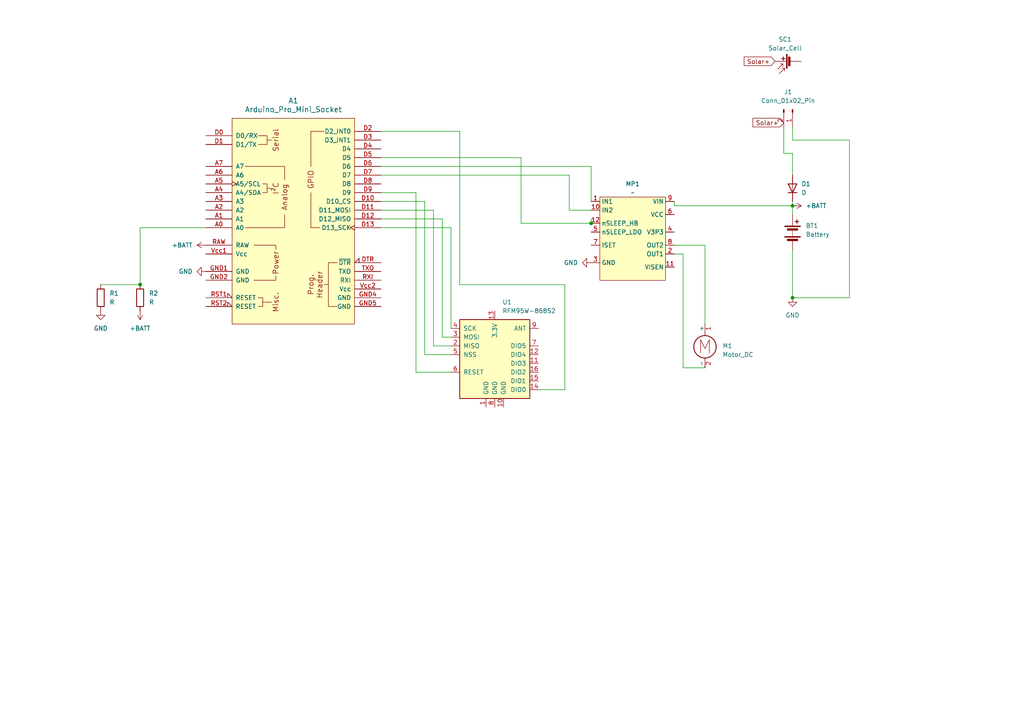
<source format=kicad_sch>
(kicad_sch (version 20231120) (generator "eeschema") (generator_version "8.0")
  (paper "A4")
  (lib_symbols
    (symbol "Connector:Conn_01x02_Pin" (pin_names (offset 1.016) hide)
      (property "Reference" "J" (at 0 2.54 0))
      (property "Value" "Conn_01x02_Pin" (at 0 -5.08 0))
      (symbol "Conn_01x02_Pin_1_1"
        (polyline (pts (xy 1.27 -2.54) (xy 0.8636 -2.54)) (stroke (width 0.1524)))
        (polyline (pts (xy 1.27 0) (xy 0.8636 0)) (stroke (width 0.1524)))
        (rectangle (start 0.8636 -2.413) (end 0 -2.667) (stroke (width 0.1524)) (fill (type outline)))
        (rectangle (start 0.8636 0.127) (end 0 -0.127) (stroke (width 0.1524)) (fill (type outline)))
        (pin passive line (at 5.08 0 180) (length 3.81) (name "Pin_1") (number "1"))
        (pin passive line (at 5.08 -2.54 180) (length 3.81) (name "Pin_2") (number "2"))
      )
    )
    (symbol "Device:Battery" (pin_numbers hide) (pin_names (offset 0) hide)
      (property "Reference" "BT" (at 2.54 2.54 0))
      (property "Value" "Battery" (at 2.54 0 0))
      (symbol "Battery_0_1"
        (rectangle (start -2.286 -1.27) (end 2.286 -1.524) (fill (type outline)))
        (rectangle (start -2.286 1.778) (end 2.286 1.524) (fill (type outline)))
        (rectangle (start -1.524 -2.032) (end 1.524 -2.54) (fill (type outline)))
        (rectangle (start -1.524 1.016) (end 1.524 0.508) (fill (type outline)))
        (polyline (pts (xy 0 -1.016) (xy 0 -0.762)))
        (polyline (pts (xy 0 -0.508) (xy 0 -0.254)))
        (polyline (pts (xy 0 0) (xy 0 0.254)))
        (polyline (pts (xy 0 1.778) (xy 0 2.54)))
        (polyline (pts (xy 0.762 3.048) (xy 1.778 3.048)) (stroke (width 0.254)))
        (polyline (pts (xy 1.27 3.556) (xy 1.27 2.54)) (stroke (width 0.254)))
      )
      (symbol "Battery_1_1"
        (pin passive line (at 0 5.08 270) (length 2.54) (name "+") (number "1"))
        (pin passive line (at 0 -5.08 90) (length 2.54) (name "-") (number "2"))
      )
    )
    (symbol "Device:D" (pin_numbers hide) (pin_names (offset 1.016) hide)
      (property "Reference" "D" (at 0 2.54 0))
      (property "Value" "D" (at 0 -2.54 0))
      (symbol "D_0_1"
        (polyline (pts (xy -1.27 1.27) (xy -1.27 -1.27)) (stroke (width 0.254)))
        (polyline (pts (xy 1.27 0) (xy -1.27 0)))
        (polyline (pts (xy 1.27 1.27) (xy 1.27 -1.27) (xy -1.27 0) (xy 1.27 1.27)) (stroke (width 0.254)))
      )
      (symbol "D_1_1"
        (pin passive line (at -3.81 0 0) (length 2.54) (name "K") (number "1"))
        (pin passive line (at 3.81 0 180) (length 2.54) (name "A") (number "2"))
      )
    )
    (symbol "Device:R" (pin_numbers hide) (pin_names (offset 0))
      (property "Reference" "R" (at 2.032 0 90))
      (property "Value" "R" (at 0 0 90))
      (symbol "R_0_1"
        (rectangle (start -1.016 -2.54) (end 1.016 2.54) (stroke (width 0.254)))
      )
      (symbol "R_1_1"
        (pin passive line (at 0 3.81 270) (length 1.27) (name "~") (number "1"))
        (pin passive line (at 0 -3.81 90) (length 1.27) (name "~") (number "2"))
      )
    )
    (symbol "Device:Solar_Cell" (pin_numbers hide) (pin_names (offset 0) hide)
      (property "Reference" "SC" (at 2.54 2.54 0))
      (property "Value" "Solar_Cell" (at 2.54 0 0))
      (symbol "Solar_Cell_0_1"
        (rectangle (start -2.032 1.778) (end 2.032 1.524) (fill (type outline)))
        (rectangle (start -1.3208 1.1938) (end 1.27 0.6858) (fill (type outline)))
        (polyline (pts (xy -2.032 2.286) (xy -3.556 3.81)))
        (polyline (pts (xy -0.762 2.794) (xy -2.286 4.318)))
        (polyline (pts (xy 0 0.762) (xy 0 0)))
        (polyline (pts (xy 0 1.778) (xy 0 2.54)))
        (polyline (pts (xy 0.254 2.667) (xy 1.27 2.667)) (stroke (width 0.254)))
        (polyline (pts (xy 0.762 3.175) (xy 0.762 2.159)) (stroke (width 0.254)))
        (polyline (pts (xy -2.032 3.048) (xy -2.032 2.286) (xy -2.794 2.286)))
        (polyline (pts (xy -0.762 3.556) (xy -0.762 2.794) (xy -1.524 2.794)))
      )
      (symbol "Solar_Cell_1_1"
        (pin passive line (at 0 5.08 270) (length 2.54) (name "+") (number "1"))
        (pin passive line (at 0 -2.54 90) (length 2.54) (name "-") (number "2"))
      )
    )
    (symbol "Motor:Motor_DC" (pin_names (offset 0))
      (property "Reference" "M" (at 2.54 2.54 0))
      (property "Value" "Motor_DC" (at 2.54 -5.08 0))
      (symbol "Motor_DC_0_0"
        (polyline (pts (xy -1.27 -3.302) (xy -1.27 0.508) (xy 0 -2.032) (xy 1.27 0.508) (xy 1.27 -3.302)))
      )
      (symbol "Motor_DC_0_1"
        (circle (center 0 -1.524) (radius 3.2512) (stroke (width 0.254)))
        (polyline (pts (xy 0 -7.62) (xy 0 -7.112)))
        (polyline (pts (xy 0 -4.7752) (xy 0 -5.1816)))
        (polyline (pts (xy 0 1.7272) (xy 0 2.0828)))
        (polyline (pts (xy 0 2.032) (xy 0 2.54)))
      )
      (symbol "Motor_DC_1_1"
        (pin passive line (at 0 5.08 270) (length 2.54) (name "+") (number "1"))
        (pin passive line (at 0 -7.62 90) (length 2.54) (name "-") (number "2"))
      )
    )
    (symbol "PCM_arduino-library:Arduino_Pro_Mini_Socket" (pin_names (offset 1.016))
      (property "Reference" "A" (at 0 36.83 0))
      (property "Value" "Arduino_Pro_Mini_Socket" (at 0 33.02 0))
      (symbol "Arduino_Pro_Mini_Socket_0_0"
        (rectangle (start -17.78 30.48) (end 17.78 -29.21) (fill (type background)))
        (polyline (pts (xy -7.62 10.16) (xy -6.35 10.16)))
        (polyline (pts (xy -7.62 24.13) (xy -6.35 24.13)))
        (polyline (pts (xy -6.35 -22.86) (xy -8.89 -22.86)))
        (polyline (pts (xy -11.43 -16.51) (xy -5.08 -16.51) (xy -5.08 -15.24)))
        (polyline (pts (xy -5.08 -7.62) (xy -5.08 -6.35) (xy -11.43 -6.35)))
        (polyline (pts (xy -2.54 2.54) (xy -2.54 -1.27) (xy -13.97 -1.27)))
        (polyline (pts (xy -2.54 12.7) (xy -2.54 16.51) (xy -13.97 16.51)))
        (polyline (pts (xy -10.16 25.4) (xy -7.62 25.4) (xy -7.62 22.86) (xy -10.16 22.86)))
        (polyline (pts (xy -8.89 11.43) (xy -7.62 11.43) (xy -7.62 8.89) (xy -8.89 8.89)))
        (polyline (pts (xy 12.7 -11.43) (xy 10.16 -11.43) (xy 10.16 -16.51) (xy 10.16 -17.78) (xy 8.89 -17.78) (xy 10.16 -17.78) (xy 10.16 -24.13) (xy 12.7 -24.13)))
        (text "Analog" (at -2.54 7.62 900) (effects (font (size 1.524 1.524))))
        (text "Header" (at 7.62 -17.78 900) (effects (font (size 1.524 1.524))))
        (text "I²C" (at -5.08 10.16 900) (effects (font (size 1.524 1.524))))
        (text "Misc." (at -5.08 -22.86 900) (effects (font (size 1.524 1.524))))
        (text "Power" (at -5.08 -11.43 900) (effects (font (size 1.524 1.524))))
        (text "Prog." (at 5.08 -17.78 900) (effects (font (size 1.524 1.524))))
        (text "Serial" (at -5.08 24.13 900) (effects (font (size 1.524 1.524))))
      )
      (symbol "Arduino_Pro_Mini_Socket_0_1"
        (polyline (pts (xy 7.62 -1.27) (xy 5.08 -1.27) (xy 5.08 8.89)))
        (polyline (pts (xy 8.89 26.67) (xy 5.08 26.67) (xy 5.08 16.51)))
        (polyline (pts (xy -10.16 -24.13) (xy -8.89 -24.13) (xy -8.89 -21.59) (xy -10.16 -21.59)))
      )
      (symbol "Arduino_Pro_Mini_Socket_1_0"
        (text "GPIO" (at 5.08 12.7 900) (effects (font (size 1.524 1.524))))
      )
      (symbol "Arduino_Pro_Mini_Socket_1_1"
        (pin bidirectional line (at -25.4 -1.27 0) (length 7.62) (name "A0") (number "A0"))
        (pin bidirectional line (at -25.4 1.27 0) (length 7.62) (name "A1") (number "A1"))
        (pin bidirectional line (at -25.4 3.81 0) (length 7.62) (name "A2") (number "A2"))
        (pin bidirectional line (at -25.4 6.35 0) (length 7.62) (name "A3") (number "A3"))
        (pin bidirectional line (at -25.4 8.89 0) (length 7.62) (name "A4/SDA") (number "A4"))
        (pin bidirectional clock (at -25.4 11.43 0) (length 7.62) (name "A5/SCL") (number "A5"))
        (pin input line (at -25.4 13.97 0) (length 7.62) (name "A6") (number "A6"))
        (pin input line (at -25.4 16.51 0) (length 7.62) (name "A7") (number "A7"))
        (pin bidirectional line (at -25.4 25.4 0) (length 7.62) (name "D0/RX") (number "D0"))
        (pin bidirectional line (at -25.4 22.86 0) (length 7.62) (name "D1/TX") (number "D1"))
        (pin bidirectional line (at 25.4 6.35 180) (length 7.62) (name "D10_CS") (number "D10"))
        (pin bidirectional line (at 25.4 3.81 180) (length 7.62) (name "D11_MOSI") (number "D11"))
        (pin bidirectional line (at 25.4 1.27 180) (length 7.62) (name "D12_MISO") (number "D12"))
        (pin bidirectional clock (at 25.4 -1.27 180) (length 7.62) (name "D13_SCK") (number "D13"))
        (pin bidirectional line (at 25.4 26.67 180) (length 7.62) (name "D2_INT0") (number "D2"))
        (pin bidirectional line (at 25.4 24.13 180) (length 7.62) (name "D3_INT1") (number "D3"))
        (pin bidirectional line (at 25.4 21.59 180) (length 7.62) (name "D4") (number "D4"))
        (pin bidirectional line (at 25.4 19.05 180) (length 7.62) (name "D5") (number "D5"))
        (pin bidirectional line (at 25.4 16.51 180) (length 7.62) (name "D6") (number "D6"))
        (pin bidirectional line (at 25.4 13.97 180) (length 7.62) (name "D7") (number "D7"))
        (pin bidirectional line (at 25.4 11.43 180) (length 7.62) (name "D8") (number "D8"))
        (pin bidirectional line (at 25.4 8.89 180) (length 7.62) (name "D9") (number "D9"))
        (pin input input_low (at 25.4 -11.43 180) (length 7.62) (name "~{DTR}") (number "DTR"))
        (pin power_in line (at -25.4 -13.97 0) (length 7.62) (name "GND") (number "GND1"))
        (pin power_in line (at -25.4 -16.51 0) (length 7.62) (name "GND") (number "GND2"))
        (pin power_in line (at 25.4 -21.59 180) (length 7.62) (name "GND") (number "GND4"))
        (pin power_in line (at 25.4 -24.13 180) (length 7.62) (name "GND") (number "GND5"))
        (pin power_in line (at -25.4 -6.35 0) (length 7.62) (name "RAW") (number "RAW"))
        (pin open_collector input_low (at -25.4 -21.59 0) (length 7.62) (name "RESET") (number "RST1"))
        (pin open_collector input_low (at -25.4 -24.13 0) (length 7.62) (name "RESET") (number "RST2"))
        (pin input line (at 25.4 -16.51 180) (length 7.62) (name "RXI") (number "RXI"))
        (pin output line (at 25.4 -13.97 180) (length 7.62) (name "TXO") (number "TXO"))
        (pin power_in line (at -25.4 -8.89 0) (length 7.62) (name "Vcc") (number "Vcc1"))
        (pin power_in line (at 25.4 -19.05 180) (length 7.62) (name "Vcc") (number "Vcc2"))
      )
    )
    (symbol "RF_Module:RFM95W-868S2" (pin_names (offset 1.016))
      (property "Reference" "U" (at -10.414 11.684 0))
      (property "Value" "RFM95W-868S2" (at 1.524 11.43 0))
      (symbol "RFM95W-868S2_0_1"
        (rectangle (start -10.16 10.16) (end 10.16 -12.7) (stroke (width 0.254)) (fill (type background)))
      )
      (symbol "RFM95W-868S2_1_1"
        (pin power_in line (at -2.54 -15.24 90) (length 2.54) (name "GND") (number "1"))
        (pin power_in line (at 2.54 -15.24 90) (length 2.54) (name "GND") (number "10"))
        (pin bidirectional line (at 12.7 -2.54 180) (length 2.54) (name "DIO3") (number "11"))
        (pin bidirectional line (at 12.7 0 180) (length 2.54) (name "DIO4") (number "12"))
        (pin power_in line (at 0 12.7 270) (length 2.54) (name "3.3V") (number "13"))
        (pin bidirectional line (at 12.7 -10.16 180) (length 2.54) (name "DIO0") (number "14"))
        (pin bidirectional line (at 12.7 -7.62 180) (length 2.54) (name "DIO1") (number "15"))
        (pin bidirectional line (at 12.7 -5.08 180) (length 2.54) (name "DIO2") (number "16"))
        (pin output line (at -12.7 2.54 0) (length 2.54) (name "MISO") (number "2"))
        (pin input line (at -12.7 5.08 0) (length 2.54) (name "MOSI") (number "3"))
        (pin input line (at -12.7 7.62 0) (length 2.54) (name "SCK") (number "4"))
        (pin input line (at -12.7 0 0) (length 2.54) (name "NSS") (number "5"))
        (pin bidirectional line (at -12.7 -5.08 0) (length 2.54) (name "RESET") (number "6"))
        (pin bidirectional line (at 12.7 2.54 180) (length 2.54) (name "DIO5") (number "7"))
        (pin power_in line (at 0 -15.24 90) (length 2.54) (name "GND") (number "8"))
        (pin bidirectional line (at 12.7 7.62 180) (length 2.54) (name "ANT") (number "9"))
      )
    )
    (symbol "power:+BATT" (power) (pin_numbers hide) (pin_names (offset 0) hide)
      (property "Value" "+BATT" (at 0 3.556 0))
      (symbol "+BATT_0_1"
        (polyline (pts (xy -0.762 1.27) (xy 0 2.54)))
        (polyline (pts (xy 0 0) (xy 0 2.54)))
        (polyline (pts (xy 0 2.54) (xy 0.762 1.27)))
      )
      (symbol "+BATT_1_1"
        (pin power_in line (at 0 0 90) (length 0) (name "~") (number "1"))
      )
    )
    (symbol "power:GND" (power) (pin_numbers hide) (pin_names (offset 0) hide)
      (property "Value" "GND" (at 0 -3.81 0))
      (symbol "GND_0_1"
        (polyline (pts (xy 0 0) (xy 0 -1.27) (xy 1.27 -1.27) (xy 0 -2.54) (xy -1.27 -1.27) (xy 0 -1.27)))
      )
      (symbol "GND_1_1"
        (pin power_in line (at 0 0 270) (length 0) (name "~") (number "1"))
      )
    )
    (symbol "watering:Driver_Motor{colon}Pololu_MP6550"
      (property "Reference" "MP6550" (at -5.08 13.97 0))
      (symbol "Driver_Motor{colon}Pololu_MP6550_1_1"
        (rectangle (start -10.16 12.7) (end 8.89 -11.43) (fill (type background)))
        (pin input line (at -12.7 11.43 0) (length 2.54) (name "IN1") (number "1"))
        (pin input line (at -12.7 8.89 0) (length 2.54) (name "IN2") (number "10"))
        (pin input line (at 11.43 -7.62 180) (length 2.54) (name "VISEN") (number "11"))
        (pin input line (at -12.7 5.08 0) (length 2.54) (name "nSLEEP_HB") (number "12"))
        (pin output line (at 11.43 -3.81 180) (length 2.54) (name "OUT1") (number "2"))
        (pin power_out line (at -12.7 -6.35 0) (length 2.54) (name "GND") (number "3"))
        (pin power_out line (at 11.43 2.54 180) (length 2.54) (name "V3P3") (number "4"))
        (pin input line (at -12.7 2.54 0) (length 2.54) (name "nSLEEP_LDO") (number "5"))
        (pin power_in line (at 11.43 7.62 180) (length 2.54) (name "VCC") (number "6"))
        (pin free line (at -12.7 -1.27 0) (length 2.54) (name "ISET") (number "7"))
        (pin output line (at 11.43 -1.27 180) (length 2.54) (name "OUT2") (number "8"))
        (pin power_in line (at 11.43 11.43 180) (length 2.54) (name "VIN") (number "9"))
      )
    )
  )
  (junction (at 171.45 64.77))
  (junction (at 229.87 59.69))
  (junction (at 229.87 86.36))
  (junction (at 40.64 82.55))
  (wire (pts (xy 229.87 59.69) (xy 229.87 62.23)))
  (wire (pts (xy 229.87 72.39) (xy 229.87 86.36)))
  (wire (pts (xy 229.87 40.64) (xy 246.38 40.64)))
  (wire (pts (xy 151.13 64.77) (xy 171.45 64.77)))
  (wire (pts (xy 229.87 59.69) (xy 195.58 59.69)))
  (wire (pts (xy 165.1 50.8) (xy 165.1 60.96)))
  (wire (pts (xy 123.19 58.42) (xy 123.19 102.87)))
  (wire (pts (xy 163.83 82.55) (xy 133.35 82.55)))
  (wire (pts (xy 110.49 63.5) (xy 128.27 63.5)))
  (wire (pts (xy 110.49 50.8) (xy 165.1 50.8)))
  (wire (pts (xy 229.87 50.8) (xy 229.87 44.45)))
  (wire (pts (xy 195.58 73.66) (xy 198.12 73.66)))
  (wire (pts (xy 110.49 55.88) (xy 120.65 55.88)))
  (wire (pts (xy 128.27 63.5) (xy 128.27 97.79)))
  (wire (pts (xy 171.45 48.26) (xy 171.45 58.42)))
  (wire (pts (xy 110.49 38.1) (xy 133.35 38.1)))
  (wire (pts (xy 246.38 86.36) (xy 246.38 40.64)))
  (wire (pts (xy 110.49 48.26) (xy 171.45 48.26)))
  (wire (pts (xy 110.49 45.72) (xy 151.13 45.72)))
  (wire (pts (xy 171.45 63.5) (xy 171.45 64.77)))
  (wire (pts (xy 151.13 45.72) (xy 151.13 64.77)))
  (wire (pts (xy 123.19 102.87) (xy 130.81 102.87)))
  (wire (pts (xy 128.27 97.79) (xy 130.81 97.79)))
  (wire (pts (xy 29.21 82.55) (xy 40.64 82.55)))
  (wire (pts (xy 165.1 60.96) (xy 171.45 60.96)))
  (wire (pts (xy 125.73 60.96) (xy 125.73 100.33)))
  (wire (pts (xy 229.87 40.64) (xy 229.87 36.83)))
  (wire (pts (xy 229.87 86.36) (xy 246.38 86.36)))
  (wire (pts (xy 110.49 60.96) (xy 125.73 60.96)))
  (wire (pts (xy 163.83 113.03) (xy 163.83 82.55)))
  (wire (pts (xy 229.87 44.45) (xy 227.33 44.45)))
  (wire (pts (xy 198.12 73.66) (xy 198.12 106.68)))
  (wire (pts (xy 204.47 71.12) (xy 204.47 93.98)))
  (wire (pts (xy 110.49 66.04) (xy 130.81 66.04)))
  (wire (pts (xy 133.35 82.55) (xy 133.35 38.1)))
  (wire (pts (xy 125.73 100.33) (xy 130.81 100.33)))
  (wire (pts (xy 59.69 66.04) (xy 40.64 66.04)))
  (wire (pts (xy 130.81 66.04) (xy 130.81 95.25)))
  (wire (pts (xy 40.64 66.04) (xy 40.64 82.55)))
  (wire (pts (xy 195.58 71.12) (xy 204.47 71.12)))
  (wire (pts (xy 156.21 113.03) (xy 163.83 113.03)))
  (wire (pts (xy 110.49 58.42) (xy 123.19 58.42)))
  (wire (pts (xy 227.33 44.45) (xy 227.33 36.83)))
  (wire (pts (xy 120.65 107.95) (xy 130.81 107.95)))
  (wire (pts (xy 198.12 106.68) (xy 204.47 106.68)))
  (wire (pts (xy 120.65 55.88) (xy 120.65 107.95)))
  (wire (pts (xy 195.58 59.69) (xy 195.58 58.42)))
  (wire (pts (xy 229.87 58.42) (xy 229.87 59.69)))
  (global_label "Solar+" (shape input) (at 227.33 35.56 180) (property "Intersheetrefs" "${INTERSHEET_REFS}" (effects (hide yes))))
  (global_label "Solar+" (shape input) (at 224.79 17.78 180) (property "Intersheetrefs" "${INTERSHEET_REFS}" (effects (hide yes))))
  (symbol (lib_id "power:+BATT") (at 40.64 90.17 180) (unit 1)
    (property "Reference" "#PWR07" (effects (hide yes)))
    (property "Value" "+BATT" (at 40.64 95.25 0))
    (property "Description" "Power symbol creates a global label with name \"+BATT\"" (effects (hide yes)))
  )
  (symbol (lib_id "Device:R") (at 40.64 86.36 0) (unit 1)
    (property "Reference" "R2" (at 43.18 85.0899 0) (effects (justify left)))
    (property "Value" "R" (at 43.18 87.6299 0) (effects (justify left)))
    (property "Description" "Resistor" (effects (hide yes)))
  )
  (symbol (lib_id "Device:Solar_Cell") (at 229.87 17.78 90) (unit 1)
    (property "Reference" "SC1" (at 227.711 11.43 90))
    (property "Value" "Solar_Cell" (at 227.711 13.97 90))
    (property "Description" "Single solar cell" (effects (hide yes)))
  )
  (symbol (lib_id "Device:R") (at 29.21 86.36 0) (unit 1)
    (property "Reference" "R1" (at 31.75 85.0899 0) (effects (justify left)))
    (property "Value" "R" (at 31.75 87.6299 0) (effects (justify left)))
    (property "Footprint" "Resistor_THT:R_Axial_DIN0207_L6.3mm_D2.5mm_P10.16mm_Horizontal" (effects (hide yes)))
    (property "Description" "Resistor" (effects (hide yes)))
  )
  (symbol (lib_id "Connector:Conn_01x02_Pin") (at 229.87 31.75 270) (unit 1)
    (property "Reference" "J1" (at 228.6 26.67 90))
    (property "Value" "Conn_01x02_Pin" (at 228.6 29.21 90))
    (property "Footprint" "Connector_JST:JST_EH_B2B-EH-A_1x02_P2.50mm_Vertical" (effects (hide yes)))
    (property "Description" "Generic connector, single row, 01x02, script generated" (effects (hide yes)))
  )
  (symbol (lib_id "power:GND") (at 171.45 76.2 270) (unit 1)
    (property "Reference" "#PWR05" (effects (hide yes)))
    (property "Value" "GND" (at 167.64 76.1999 90) (effects (justify right)))
    (property "Description" "Power symbol creates a global label with name \"GND\" , ground" (effects (hide yes)))
  )
  (symbol (lib_id "power:GND") (at 29.21 90.17 0) (unit 1)
    (property "Reference" "#PWR06" (effects (hide yes)))
    (property "Value" "GND" (at 29.21 95.25 0))
    (property "Description" "Power symbol creates a global label with name \"GND\" , ground" (effects (hide yes)))
  )
  (symbol (lib_id "power:+BATT") (at 59.69 71.12 90) (unit 1)
    (property "Reference" "#PWR03" (effects (hide yes)))
    (property "Value" "+BATT" (at 55.88 71.1199 90) (effects (justify left)))
    (property "Description" "Power symbol creates a global label with name \"+BATT\"" (effects (hide yes)))
  )
  (symbol (lib_id "PCM_arduino-library:Arduino_Pro_Mini_Socket") (at 85.09 64.77 0) (unit 1)
    (property "Reference" "A1" (at 85.09 29.21 0) (effects (font (size 1.524 1.524))))
    (property "Value" "Arduino_Pro_Mini_Socket" (at 85.09 31.75 0) (effects (font (size 1.524 1.524))))
    (property "Footprint" "PCM_arduino-library:Arduino_Pro_Mini_Socket" (effects (hide yes)))
    (property "Datasheet" "https://docs.arduino.cc/retired/boards/arduino-pro-mini" (effects (hide yes)))
    (property "Description" "Socket for Arduino Pro Mini" (effects (hide yes)))
  )
  (symbol (lib_id "Motor:Motor_DC") (at 204.47 99.06 0) (unit 1)
    (property "Reference" "M1" (at 209.55 100.3299 0) (effects (justify left)))
    (property "Value" "Motor_DC" (at 209.55 102.8699 0) (effects (justify left)))
    (property "Description" "DC Motor" (effects (hide yes)))
  )
  (symbol (lib_id "RF_Module:RFM95W-868S2") (at 143.51 102.87 0) (unit 1)
    (property "Reference" "U1" (at 145.7041 87.63 0) (effects (justify left)))
    (property "Value" "RFM95W-868S2" (at 145.7041 90.17 0) (effects (justify left)))
    (property "Footprint" "RF_Module:HOPERF_RFM9XW_THT" (effects (hide yes)))
    (property "Datasheet" "https://www.hoperf.com/data/upload/portal/20181127/5bfcbea20e9ef.pdf" (effects (hide yes)))
    (property "Description" "Low power long range transceiver module, SPI and parallel interface, 868 MHz, spreading factor 6 to12, bandwidth 7.8 to 500kHz, -111 to -148 dBm, SMD-16, DIP-16" (effects (hide yes)))
  )
  (symbol (lib_id "Device:Battery") (at 229.87 67.31 0) (unit 1)
    (property "Reference" "BT1" (at 233.68 65.4684 0) (effects (justify left)))
    (property "Value" "Battery" (at 233.68 68.0084 0) (effects (justify left)))
    (property "Description" "Multiple-cell battery" (effects (hide yes)))
  )
  (symbol (lib_id "power:GND") (at 59.69 78.74 270) (unit 1)
    (property "Reference" "#PWR04" (effects (hide yes)))
    (property "Value" "GND" (at 55.88 78.7399 90) (effects (justify right)))
    (property "Description" "Power symbol creates a global label with name \"GND\" , ground" (effects (hide yes)))
  )
  (symbol (lib_id "power:+BATT") (at 229.87 59.69 270) (unit 1)
    (property "Reference" "#PWR02" (effects (hide yes)))
    (property "Value" "+BATT" (at 233.68 59.6899 90) (effects (justify left)))
    (property "Description" "Power symbol creates a global label with name \"+BATT\"" (effects (hide yes)))
  )
  (symbol (lib_id "power:GND") (at 229.87 86.36 0) (unit 1)
    (property "Reference" "#PWR01" (effects (hide yes)))
    (property "Value" "GND" (at 229.87 91.44 0))
    (property "Description" "Power symbol creates a global label with name \"GND\" , ground" (effects (hide yes)))
  )
  (symbol (lib_id "Device:D") (at 229.87 54.61 90) (unit 1)
    (property "Reference" "D1" (at 232.41 53.3399 90) (effects (justify right)))
    (property "Value" "D" (at 232.41 55.8799 90) (effects (justify right)))
    (property "Description" "Diode" (effects (hide yes)))
    (property "Sim.Device" "D" (effects (hide yes)))
    (property "Sim.Pins" "1=K 2=A" (effects (hide yes)))
  )
  (symbol (lib_id "watering:Driver_Motor{colon}Pololu_MP6550") (at 184.15 69.85 0) (unit 1)
    (property "Reference" "MP1" (at 183.515 53.34 0))
    (property "Value" "~" (at 183.515 55.88 0))
  )
)
</source>
